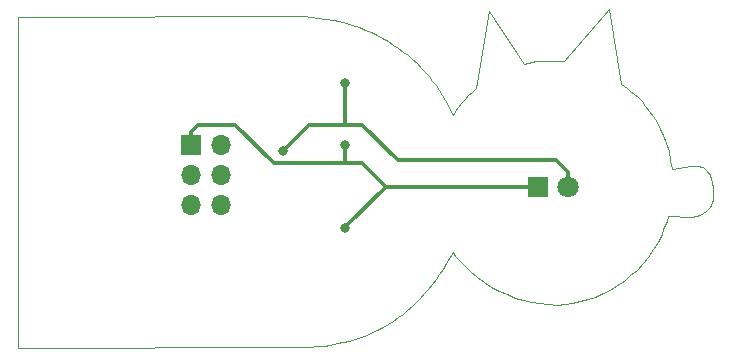
<source format=gbr>
G04 This is an RS-274x file exported by *
G04 gerbv version 2.6A *
G04 More information is available about gerbv at *
G04 http://gerbv.geda-project.org/ *
G04 --End of header info--*
%MOIN*%
%FSLAX34Y34*%
%IPPOS*%
G04 --Define apertures--*
%ADD10C,0.0039*%
%ADD11R,0.0709X0.0709*%
%ADD12C,0.0709*%
%ADD13R,0.0669X0.0669*%
%ADD14O,0.0669X0.0669*%
%ADD15C,0.0315*%
%ADD16C,0.0120*%
G04 --Start main section--*
G54D10*
G01X0033237Y-014914D02*
G01X0033215Y-014992D01*
G01X0030994Y-011770D02*
G01X0031125Y-011936D01*
G01X0033083Y-015217D02*
G01X0033011Y-015284D01*
G01X0032922Y-015345D02*
G01X0032815Y-015398D01*
G01X0032815Y-015398D02*
G01X0032687Y-015441D01*
G01X0032687Y-015441D02*
G01X0032537Y-015473D01*
G01X0031249Y-016559D02*
G01X0031081Y-016798D01*
G01X0031081Y-016798D02*
G01X0030899Y-017022D01*
G01X0031125Y-011936D02*
G01X0031252Y-012117D01*
G01X0032769Y-013780D02*
G01X0032837Y-013797D01*
G01X0033011Y-015284D02*
G01X0032922Y-015345D01*
G01X0033226Y-014335D02*
G01X0033250Y-014492D01*
G01X0030899Y-017022D02*
G01X0030702Y-017230D01*
G01X0031741Y-015449D02*
G01X0031697Y-015601D01*
G01X0032614Y-013772D02*
G01X0032695Y-013771D01*
G01X0031400Y-016304D02*
G01X0031249Y-016559D01*
G01X0031593Y-015893D02*
G01X0031533Y-016034D01*
G01X0031648Y-015749D02*
G01X0031593Y-015893D01*
G01X0030702Y-017230D02*
G01X0030494Y-017422D01*
G01X0030494Y-017422D02*
G01X0030275Y-017597D01*
G01X0031873Y-013866D02*
G01X0032527Y-013782D01*
G01X0032956Y-013857D02*
G01X0033007Y-013898D01*
G01X0031697Y-015601D02*
G01X0031648Y-015749D01*
G01X0031828Y-013562D02*
G01X0031873Y-013866D01*
G01X0029568Y-018023D02*
G01X0029321Y-018131D01*
G01X0029321Y-018131D02*
G01X0029069Y-018221D01*
G01X0033007Y-013898D02*
G01X0033053Y-013945D01*
G01X0032537Y-015473D02*
G01X0031741Y-015449D01*
G01X0033129Y-014057D02*
G01X0033160Y-014121D01*
G01X0033093Y-013998D02*
G01X0033129Y-014057D01*
G01X0033140Y-015145D02*
G01X0033083Y-015217D01*
G01X0029069Y-018221D02*
G01X0028816Y-018294D01*
G01X0028816Y-018294D02*
G01X0028561Y-018348D01*
G01X0028561Y-018348D02*
G01X0028302Y-018383D01*
G01X0031764Y-013277D02*
G01X0031828Y-013562D01*
G01X0032527Y-013782D02*
G01X0032614Y-013772D01*
G01X0033053Y-013945D02*
G01X0033093Y-013998D01*
G01X0033250Y-014492D02*
G01X0033258Y-014695D01*
G01X0033160Y-014121D02*
G01X0033186Y-014189D01*
G01X0030047Y-017756D02*
G01X0029811Y-017898D01*
G01X0033258Y-014695D02*
G01X0033250Y-014838D01*
G01X0033184Y-015069D02*
G01X0033140Y-015145D01*
G01X0030275Y-017597D02*
G01X0030047Y-017756D01*
G01X0029811Y-017898D02*
G01X0029568Y-018023D01*
G01X0030863Y-011621D02*
G01X0030994Y-011770D01*
G01X0032695Y-013771D02*
G01X0032769Y-013780D01*
G01X0030733Y-011487D02*
G01X0030863Y-011621D01*
G01X0031533Y-016034D02*
G01X0031400Y-016304D01*
G01X0031373Y-012315D02*
G01X0031487Y-012530D01*
G01X0033215Y-014992D02*
G01X0033184Y-015069D01*
G01X0031487Y-012530D02*
G01X0031592Y-012761D01*
G01X0033186Y-014189D02*
G01X0033226Y-014335D01*
G01X0031685Y-013010D02*
G01X0031764Y-013277D01*
G01X0031252Y-012117D02*
G01X0031373Y-012315D01*
G01X0031592Y-012761D02*
G01X0031685Y-013010D01*
G01X0032837Y-013797D02*
G01X0032899Y-013823D01*
G01X0032899Y-013823D02*
G01X0032956Y-013857D01*
G01X0033250Y-014838D02*
G01X0033237Y-014914D01*
G01X0020042Y-019786D02*
G01X0019813Y-019801D01*
G01X0023881Y-017714D02*
G01X0023753Y-017873D01*
G01X0019094Y-019803D02*
G01X0010079Y-019842D01*
G01X0010079Y-019842D02*
G01X0010079Y-019842D01*
G01X0027485Y-018361D02*
G01X0027207Y-018313D01*
G01X0028035Y-018396D02*
G01X0027762Y-018389D01*
G01X0023753Y-017873D02*
G01X0023620Y-018026D01*
G01X0021881Y-019318D02*
G01X0021696Y-019398D01*
G01X0024354Y-017027D02*
G01X0024242Y-017207D01*
G01X0027207Y-018313D02*
G01X0026928Y-018247D01*
G01X0019813Y-019801D02*
G01X0019579Y-019810D01*
G01X0025853Y-017801D02*
G01X0025604Y-017647D01*
G01X0022238Y-019139D02*
G01X0022062Y-019232D01*
G01X0025604Y-017647D02*
G01X0025366Y-017478D01*
G01X0022576Y-018935D02*
G01X0022409Y-019040D01*
G01X0021312Y-019537D02*
G01X0021112Y-019596D01*
G01X0026652Y-018162D02*
G01X0026379Y-018059D01*
G01X0022738Y-018823D02*
G01X0022576Y-018935D01*
G01X0021112Y-019596D02*
G01X0020908Y-019649D01*
G01X0024651Y-016769D02*
G01X0024567Y-016654D01*
G01X0025141Y-017293D02*
G01X0024932Y-017094D01*
G01X0020699Y-019694D02*
G01X0020485Y-019732D01*
G01X0020485Y-019732D02*
G01X0020266Y-019762D01*
G01X0024567Y-016654D02*
G01X0024354Y-017027D01*
G01X0024242Y-017207D02*
G01X0024125Y-017381D01*
G01X0022896Y-018705D02*
G01X0022738Y-018823D01*
G01X0022409Y-019040D02*
G01X0022238Y-019139D01*
G01X0020908Y-019649D02*
G01X0020699Y-019694D01*
G01X0020266Y-019762D02*
G01X0020042Y-019786D01*
G01X0019579Y-019810D02*
G01X0019339Y-019810D01*
G01X0019339Y-019810D02*
G01X0019094Y-019803D01*
G01X0027762Y-018389D02*
G01X0027485Y-018361D01*
G01X0024740Y-016880D02*
G01X0024651Y-016769D01*
G01X0024005Y-017550D02*
G01X0023881Y-017714D01*
G01X0022062Y-019232D02*
G01X0021881Y-019318D01*
G01X0024125Y-017381D02*
G01X0024005Y-017550D01*
G01X0023484Y-018173D02*
G01X0023343Y-018315D01*
G01X0023343Y-018315D02*
G01X0023199Y-018451D01*
G01X0026928Y-018247D02*
G01X0026652Y-018162D01*
G01X0026379Y-018059D02*
G01X0026112Y-017938D01*
G01X0025366Y-017478D02*
G01X0025141Y-017293D01*
G01X0024932Y-017094D02*
G01X0024740Y-016880D01*
G01X0023620Y-018026D02*
G01X0023484Y-018173D01*
G01X0023199Y-018451D02*
G01X0023049Y-018581D01*
G01X0028302Y-018383D02*
G01X0028035Y-018396D01*
G01X0026112Y-017938D02*
G01X0025853Y-017801D01*
G01X0023049Y-018581D02*
G01X0022896Y-018705D01*
G01X0021696Y-019398D02*
G01X0021506Y-019471D01*
G01X0021506Y-019471D02*
G01X0021312Y-019537D01*
G01X0024720Y-011857D02*
G01X0024888Y-011642D01*
G01X0022743Y-009847D02*
G01X0022907Y-009968D01*
G01X0022398Y-009620D02*
G01X0022574Y-009731D01*
G01X0022217Y-009515D02*
G01X0022398Y-009620D01*
G01X0024003Y-011095D02*
G01X0024113Y-011252D01*
G01X0024216Y-011411D02*
G01X0024313Y-011572D01*
G01X0021010Y-009017D02*
G01X0021225Y-009082D01*
G01X0020332Y-008865D02*
G01X0020563Y-008907D01*
G01X0010079Y-019842D02*
G01X0010079Y-008819D01*
G01X0022907Y-009968D02*
G01X0023065Y-010095D01*
G01X0024113Y-011252D02*
G01X0024216Y-011411D01*
G01X0022574Y-009731D02*
G01X0022743Y-009847D01*
G01X0024313Y-011572D02*
G01X0024404Y-011736D01*
G01X0024566Y-012068D02*
G01X0024720Y-011857D01*
G01X0023217Y-010226D02*
G01X0023364Y-010361D01*
G01X0021837Y-009322D02*
G01X0022030Y-009415D01*
G01X0021434Y-009155D02*
G01X0021638Y-009235D01*
G01X0024404Y-011736D02*
G01X0024488Y-011901D01*
G01X0023364Y-010361D02*
G01X0023504Y-010501D01*
G01X0024888Y-011642D02*
G01X0024985Y-011532D01*
G01X0021225Y-009082D02*
G01X0021434Y-009155D01*
G01X0010079Y-008819D02*
G01X0019094Y-008780D01*
G01X0023504Y-010501D02*
G01X0023638Y-010644D01*
G01X0025354Y-011181D02*
G01X0025787Y-008622D01*
G01X0025787Y-008622D02*
G01X0026945Y-010376D01*
G01X0020789Y-008958D02*
G01X0021010Y-009017D01*
G01X0026945Y-010376D02*
G01X0027079Y-010341D01*
G01X0027079Y-010341D02*
G01X0027215Y-010315D01*
G01X0025092Y-011419D02*
G01X0025215Y-011302D01*
G01X0027215Y-010315D02*
G01X0027358Y-010295D01*
G01X0027675Y-010274D02*
G01X0027855Y-010274D01*
G01X0021638Y-009235D02*
G01X0021837Y-009322D01*
G01X0027855Y-010274D02*
G01X0028277Y-010290D01*
G01X0028277Y-010290D02*
G01X0029764Y-008543D01*
G01X0029764Y-008543D02*
G01X0030175Y-011034D01*
G01X0023065Y-010095D02*
G01X0023217Y-010226D01*
G01X0024488Y-011901D02*
G01X0024566Y-012068D01*
G01X0023888Y-010942D02*
G01X0024003Y-011095D01*
G01X0019352Y-008779D02*
G01X0019605Y-008787D01*
G01X0030175Y-011034D02*
G01X0030372Y-011173D01*
G01X0019853Y-008804D02*
G01X0020095Y-008830D01*
G01X0019094Y-008780D02*
G01X0019352Y-008779D01*
G01X0020095Y-008830D02*
G01X0020332Y-008865D01*
G01X0020563Y-008907D02*
G01X0020789Y-008958D01*
G01X0022030Y-009415D02*
G01X0022217Y-009515D01*
G01X0023766Y-010791D02*
G01X0023888Y-010942D01*
G01X0024985Y-011532D02*
G01X0025092Y-011419D01*
G01X0027358Y-010295D02*
G01X0027510Y-010281D01*
G01X0030372Y-011173D02*
G01X0030485Y-011263D01*
G01X0027510Y-010281D02*
G01X0027675Y-010274D01*
G01X0030485Y-011263D02*
G01X0030607Y-011367D01*
G01X0030607Y-011367D02*
G01X0030733Y-011487D01*
G01X0025215Y-011302D02*
G01X0025354Y-011181D01*
G01X0019605Y-008787D02*
G01X0019853Y-008804D01*
G01X0023638Y-010644D02*
G01X0023766Y-010791D01*
G54D11*
G01X0027402Y-014488D03*
G54D12*
G01X0028402Y-014488D03*
G54D13*
G01X0015846Y-013091D03*
G54D14*
G01X0016846Y-013091D03*
G01X0015846Y-014091D03*
G01X0016846Y-014091D03*
G01X0015846Y-015091D03*
G01X0016846Y-015091D03*
G54D15*
G01X0020965Y-013091D03*
G01X0020965Y-015846D03*
G01X0020965Y-011024D03*
G01X0018898Y-013287D03*
G54D16*
G01X0027402Y-014488D02*
G01X0022362Y-014488D01*
G01X0021083Y-015728D02*
G01X0022343Y-014469D01*
G01X0020965Y-015846D02*
G01X0021083Y-015728D01*
G01X0022362Y-014488D02*
G01X0022343Y-014469D01*
G01X0015846Y-012636D02*
G01X0016081Y-012402D01*
G01X0015846Y-013091D02*
G01X0015846Y-012636D01*
G01X0022343Y-014469D02*
G01X0021555Y-013681D01*
G01X0017323Y-012402D02*
G01X0016081Y-012402D01*
G01X0018602Y-013681D02*
G01X0017323Y-012402D01*
G01X0020965Y-013258D02*
G01X0020965Y-013681D01*
G01X0020965Y-013091D02*
G01X0020965Y-013258D01*
G01X0021555Y-013681D02*
G01X0020965Y-013681D01*
G01X0020965Y-013681D02*
G01X0018602Y-013681D01*
G01X0028402Y-013987D02*
G01X0027997Y-013583D01*
G01X0028402Y-014488D02*
G01X0028402Y-013987D01*
G01X0027997Y-013583D02*
G01X0022736Y-013583D01*
G01X0022736Y-013583D02*
G01X0021555Y-012402D01*
G01X0020965Y-011024D02*
G01X0020965Y-012402D01*
G01X0021555Y-012402D02*
G01X0020965Y-012402D01*
G01X0020965Y-012402D02*
G01X0019783Y-012402D01*
G01X0019783Y-012402D02*
G01X0018898Y-013287D01*
G01X0018898Y-013287D02*
G01X0018898Y-013287D01*
M02*

</source>
